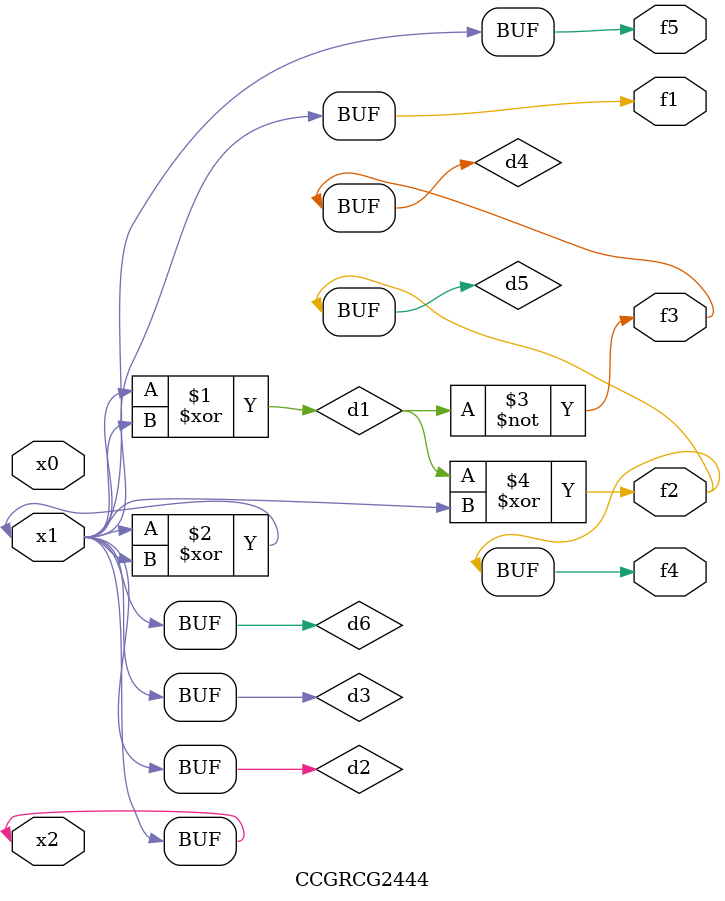
<source format=v>
module CCGRCG2444(
	input x0, x1, x2,
	output f1, f2, f3, f4, f5
);

	wire d1, d2, d3, d4, d5, d6;

	xor (d1, x1, x2);
	buf (d2, x1, x2);
	xor (d3, x1, x2);
	nor (d4, d1);
	xor (d5, d1, d2);
	buf (d6, d2, d3);
	assign f1 = d6;
	assign f2 = d5;
	assign f3 = d4;
	assign f4 = d5;
	assign f5 = d6;
endmodule

</source>
